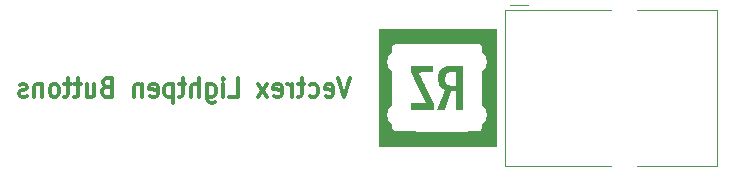
<source format=gbr>
%TF.GenerationSoftware,KiCad,Pcbnew,(6.0.9)*%
%TF.CreationDate,2023-04-02T14:22:28+02:00*%
%TF.ProjectId,Vectrex_Lightpen_Buttons_2c,56656374-7265-4785-9f4c-696768747065,rev?*%
%TF.SameCoordinates,Original*%
%TF.FileFunction,Legend,Bot*%
%TF.FilePolarity,Positive*%
%FSLAX46Y46*%
G04 Gerber Fmt 4.6, Leading zero omitted, Abs format (unit mm)*
G04 Created by KiCad (PCBNEW (6.0.9)) date 2023-04-02 14:22:28*
%MOMM*%
%LPD*%
G01*
G04 APERTURE LIST*
%ADD10C,0.300000*%
%ADD11C,0.120000*%
%ADD12C,0.100000*%
%ADD13C,2.000000*%
%ADD14R,1.800000X1.800000*%
%ADD15C,1.800000*%
%ADD16C,3.250000*%
%ADD17R,1.520000X1.520000*%
%ADD18C,1.520000*%
G04 APERTURE END LIST*
D10*
X121869028Y-97396409D02*
X121369028Y-98996409D01*
X120869028Y-97396409D01*
X119797600Y-98920219D02*
X119940457Y-98996409D01*
X120226171Y-98996409D01*
X120369028Y-98920219D01*
X120440457Y-98767838D01*
X120440457Y-98158314D01*
X120369028Y-98005933D01*
X120226171Y-97929742D01*
X119940457Y-97929742D01*
X119797600Y-98005933D01*
X119726171Y-98158314D01*
X119726171Y-98310695D01*
X120440457Y-98463076D01*
X118440457Y-98920219D02*
X118583314Y-98996409D01*
X118869028Y-98996409D01*
X119011885Y-98920219D01*
X119083314Y-98844028D01*
X119154742Y-98691647D01*
X119154742Y-98234504D01*
X119083314Y-98082123D01*
X119011885Y-98005933D01*
X118869028Y-97929742D01*
X118583314Y-97929742D01*
X118440457Y-98005933D01*
X118011885Y-97929742D02*
X117440457Y-97929742D01*
X117797600Y-97396409D02*
X117797600Y-98767838D01*
X117726171Y-98920219D01*
X117583314Y-98996409D01*
X117440457Y-98996409D01*
X116940457Y-98996409D02*
X116940457Y-97929742D01*
X116940457Y-98234504D02*
X116869028Y-98082123D01*
X116797600Y-98005933D01*
X116654742Y-97929742D01*
X116511885Y-97929742D01*
X115440457Y-98920219D02*
X115583314Y-98996409D01*
X115869028Y-98996409D01*
X116011885Y-98920219D01*
X116083314Y-98767838D01*
X116083314Y-98158314D01*
X116011885Y-98005933D01*
X115869028Y-97929742D01*
X115583314Y-97929742D01*
X115440457Y-98005933D01*
X115369028Y-98158314D01*
X115369028Y-98310695D01*
X116083314Y-98463076D01*
X114869028Y-98996409D02*
X114083314Y-97929742D01*
X114869028Y-97929742D02*
X114083314Y-98996409D01*
X111654742Y-98996409D02*
X112369028Y-98996409D01*
X112369028Y-97396409D01*
X111154742Y-98996409D02*
X111154742Y-97929742D01*
X111154742Y-97396409D02*
X111226171Y-97472600D01*
X111154742Y-97548790D01*
X111083314Y-97472600D01*
X111154742Y-97396409D01*
X111154742Y-97548790D01*
X109797600Y-97929742D02*
X109797600Y-99224980D01*
X109869028Y-99377361D01*
X109940457Y-99453552D01*
X110083314Y-99529742D01*
X110297600Y-99529742D01*
X110440457Y-99453552D01*
X109797600Y-98920219D02*
X109940457Y-98996409D01*
X110226171Y-98996409D01*
X110369028Y-98920219D01*
X110440457Y-98844028D01*
X110511885Y-98691647D01*
X110511885Y-98234504D01*
X110440457Y-98082123D01*
X110369028Y-98005933D01*
X110226171Y-97929742D01*
X109940457Y-97929742D01*
X109797600Y-98005933D01*
X109083314Y-98996409D02*
X109083314Y-97396409D01*
X108440457Y-98996409D02*
X108440457Y-98158314D01*
X108511885Y-98005933D01*
X108654742Y-97929742D01*
X108869028Y-97929742D01*
X109011885Y-98005933D01*
X109083314Y-98082123D01*
X107940457Y-97929742D02*
X107369028Y-97929742D01*
X107726171Y-97396409D02*
X107726171Y-98767838D01*
X107654742Y-98920219D01*
X107511885Y-98996409D01*
X107369028Y-98996409D01*
X106869028Y-97929742D02*
X106869028Y-99529742D01*
X106869028Y-98005933D02*
X106726171Y-97929742D01*
X106440457Y-97929742D01*
X106297600Y-98005933D01*
X106226171Y-98082123D01*
X106154742Y-98234504D01*
X106154742Y-98691647D01*
X106226171Y-98844028D01*
X106297600Y-98920219D01*
X106440457Y-98996409D01*
X106726171Y-98996409D01*
X106869028Y-98920219D01*
X104940457Y-98920219D02*
X105083314Y-98996409D01*
X105369028Y-98996409D01*
X105511885Y-98920219D01*
X105583314Y-98767838D01*
X105583314Y-98158314D01*
X105511885Y-98005933D01*
X105369028Y-97929742D01*
X105083314Y-97929742D01*
X104940457Y-98005933D01*
X104869028Y-98158314D01*
X104869028Y-98310695D01*
X105583314Y-98463076D01*
X104226171Y-97929742D02*
X104226171Y-98996409D01*
X104226171Y-98082123D02*
X104154742Y-98005933D01*
X104011885Y-97929742D01*
X103797600Y-97929742D01*
X103654742Y-98005933D01*
X103583314Y-98158314D01*
X103583314Y-98996409D01*
X101226171Y-98158314D02*
X101011885Y-98234504D01*
X100940457Y-98310695D01*
X100869028Y-98463076D01*
X100869028Y-98691647D01*
X100940457Y-98844028D01*
X101011885Y-98920219D01*
X101154742Y-98996409D01*
X101726171Y-98996409D01*
X101726171Y-97396409D01*
X101226171Y-97396409D01*
X101083314Y-97472600D01*
X101011885Y-97548790D01*
X100940457Y-97701171D01*
X100940457Y-97853552D01*
X101011885Y-98005933D01*
X101083314Y-98082123D01*
X101226171Y-98158314D01*
X101726171Y-98158314D01*
X99583314Y-97929742D02*
X99583314Y-98996409D01*
X100226171Y-97929742D02*
X100226171Y-98767838D01*
X100154742Y-98920219D01*
X100011885Y-98996409D01*
X99797600Y-98996409D01*
X99654742Y-98920219D01*
X99583314Y-98844028D01*
X99083314Y-97929742D02*
X98511885Y-97929742D01*
X98869028Y-97396409D02*
X98869028Y-98767838D01*
X98797600Y-98920219D01*
X98654742Y-98996409D01*
X98511885Y-98996409D01*
X98226171Y-97929742D02*
X97654742Y-97929742D01*
X98011885Y-97396409D02*
X98011885Y-98767838D01*
X97940457Y-98920219D01*
X97797600Y-98996409D01*
X97654742Y-98996409D01*
X96940457Y-98996409D02*
X97083314Y-98920219D01*
X97154742Y-98844028D01*
X97226171Y-98691647D01*
X97226171Y-98234504D01*
X97154742Y-98082123D01*
X97083314Y-98005933D01*
X96940457Y-97929742D01*
X96726171Y-97929742D01*
X96583314Y-98005933D01*
X96511885Y-98082123D01*
X96440457Y-98234504D01*
X96440457Y-98691647D01*
X96511885Y-98844028D01*
X96583314Y-98920219D01*
X96726171Y-98996409D01*
X96940457Y-98996409D01*
X95797600Y-97929742D02*
X95797600Y-98996409D01*
X95797600Y-98082123D02*
X95726171Y-98005933D01*
X95583314Y-97929742D01*
X95369028Y-97929742D01*
X95226171Y-98005933D01*
X95154742Y-98158314D01*
X95154742Y-98996409D01*
X94511885Y-98920219D02*
X94369028Y-98996409D01*
X94083314Y-98996409D01*
X93940457Y-98920219D01*
X93869028Y-98767838D01*
X93869028Y-98691647D01*
X93940457Y-98539266D01*
X94083314Y-98463076D01*
X94297600Y-98463076D01*
X94440457Y-98386885D01*
X94511885Y-98234504D01*
X94511885Y-98158314D01*
X94440457Y-98005933D01*
X94297600Y-97929742D01*
X94083314Y-97929742D01*
X93940457Y-98005933D01*
D11*
%TO.C,J1*%
X152972500Y-104885300D02*
X146192500Y-104885300D01*
X152972500Y-104885300D02*
X152972500Y-91685300D01*
D12*
X152962500Y-104885300D02*
X152972500Y-104885300D01*
D11*
X134972500Y-104885300D02*
X143992500Y-104885300D01*
X143992500Y-91685300D02*
X134972500Y-91685300D01*
D12*
X143922500Y-91685300D02*
X143992500Y-91685300D01*
D11*
X152972500Y-91685300D02*
X146192500Y-91685300D01*
D12*
X152852500Y-104885300D02*
X152972500Y-104885300D01*
D11*
X134972500Y-91685300D02*
X134972500Y-104885300D01*
X136972500Y-91215300D02*
X135442500Y-91215300D01*
%TO.C,G\u002A\u002A\u002A*%
G36*
X130822594Y-100122130D02*
G01*
X130822594Y-98526511D01*
X130640674Y-98537203D01*
X130458753Y-98547896D01*
X129887355Y-100122130D01*
X129231665Y-100122130D01*
X129301780Y-99936406D01*
X129303725Y-99931261D01*
X129340331Y-99835510D01*
X129396913Y-99688687D01*
X129468164Y-99504514D01*
X129548775Y-99296712D01*
X129633440Y-99079001D01*
X129894984Y-98407321D01*
X129799932Y-98367355D01*
X129748864Y-98339366D01*
X129635271Y-98243486D01*
X129522557Y-98112842D01*
X129427789Y-97968590D01*
X129368029Y-97831887D01*
X129338840Y-97691537D01*
X129323547Y-97486050D01*
X129933139Y-97486050D01*
X129954158Y-97674047D01*
X130028927Y-97842687D01*
X130161681Y-97978028D01*
X130183698Y-97993194D01*
X130265194Y-98030178D01*
X130378098Y-98052644D01*
X130541974Y-98065068D01*
X130822594Y-98077811D01*
X130822594Y-96902910D01*
X130565566Y-96902910D01*
X130545120Y-96903041D01*
X130318191Y-96927468D01*
X130146009Y-96995695D01*
X130026094Y-97110009D01*
X129955965Y-97272699D01*
X129933139Y-97486050D01*
X129323547Y-97486050D01*
X129322118Y-97466850D01*
X129332301Y-97236128D01*
X129369333Y-97033701D01*
X129445426Y-96862693D01*
X129571939Y-96692563D01*
X129727944Y-96550931D01*
X129894389Y-96458661D01*
X129920669Y-96449713D01*
X130008724Y-96427958D01*
X130124138Y-96411199D01*
X130277758Y-96398444D01*
X130480429Y-96388700D01*
X130742998Y-96380974D01*
X131423987Y-96364765D01*
X131423987Y-100122130D01*
X130822594Y-100122130D01*
G37*
G36*
X128876912Y-96938286D02*
G01*
X128289422Y-96938286D01*
X128220858Y-96938369D01*
X128013831Y-96940228D01*
X127867803Y-96944979D01*
X127775147Y-96953215D01*
X127728236Y-96965527D01*
X127719446Y-96982506D01*
X127722222Y-96988883D01*
X127749729Y-97048504D01*
X127803156Y-97162712D01*
X127879168Y-97324423D01*
X127974426Y-97526555D01*
X128085594Y-97762023D01*
X128209335Y-98023745D01*
X128342311Y-98304637D01*
X128947664Y-99582547D01*
X128947664Y-100122130D01*
X127001981Y-100122130D01*
X127001981Y-99557710D01*
X127631884Y-99548067D01*
X128261786Y-99538425D01*
X127633934Y-98211824D01*
X127006081Y-96885222D01*
X127004031Y-96628746D01*
X127001981Y-96372269D01*
X128876912Y-96372269D01*
X128876912Y-96938286D01*
G37*
G36*
X124313402Y-103270598D02*
G01*
X124313402Y-101747820D01*
X125463123Y-101747820D01*
X125561205Y-101845908D01*
X125659286Y-101943996D01*
X129204937Y-101950862D01*
X129507766Y-101951342D01*
X129992748Y-101951656D01*
X130455553Y-101951402D01*
X130891323Y-101950609D01*
X131295201Y-101949309D01*
X131662329Y-101947531D01*
X131987850Y-101945305D01*
X132266907Y-101942661D01*
X132494642Y-101939629D01*
X132666197Y-101936239D01*
X132776716Y-101932521D01*
X132821341Y-101928506D01*
X132886341Y-101889094D01*
X132962845Y-101820642D01*
X132974172Y-101806930D01*
X132984485Y-101789312D01*
X132993530Y-101763960D01*
X133001391Y-101726673D01*
X133008150Y-101673250D01*
X133013890Y-101599489D01*
X133018696Y-101501189D01*
X133022649Y-101374149D01*
X133025833Y-101214168D01*
X133028332Y-101017045D01*
X133030227Y-100778577D01*
X133031603Y-100494565D01*
X133032542Y-100160807D01*
X133033128Y-99773102D01*
X133033444Y-99327248D01*
X133033573Y-98819044D01*
X133033597Y-98244290D01*
X133033597Y-94746579D01*
X132837421Y-94550403D01*
X125659300Y-94550403D01*
X125561211Y-94648491D01*
X125463123Y-94746579D01*
X125463123Y-101747820D01*
X124313402Y-101747820D01*
X124313402Y-93259178D01*
X134324822Y-93259178D01*
X134324822Y-103270598D01*
X124313402Y-103270598D01*
G37*
%TD*%
%LPC*%
D13*
%TO.C,SW4*%
X132484000Y-96035300D03*
X125984000Y-96035300D03*
X125984000Y-100535300D03*
X132484000Y-100535300D03*
%TD*%
%TO.C,SW2*%
X112333333Y-96035300D03*
X105833333Y-96035300D03*
X112333333Y-100535300D03*
X105833333Y-100535300D03*
%TD*%
%TO.C,SW3*%
X115908666Y-96035300D03*
X122408666Y-96035300D03*
X115908666Y-100535300D03*
X122408666Y-100535300D03*
%TD*%
D14*
%TO.C,Q1*%
X91900000Y-97010300D03*
D15*
X91900000Y-99550300D03*
%TD*%
D13*
%TO.C,SW1*%
X95758000Y-96035300D03*
X102258000Y-96035300D03*
X102258000Y-100535300D03*
X95758000Y-100535300D03*
%TD*%
D16*
%TO.C,J1*%
X145092500Y-93205300D03*
X145092500Y-103365300D03*
D17*
X136202500Y-95115300D03*
D18*
X138742500Y-96385300D03*
X136202500Y-97655300D03*
X138742500Y-98925300D03*
X136202500Y-100195300D03*
X138742500Y-101465300D03*
%TD*%
M02*

</source>
